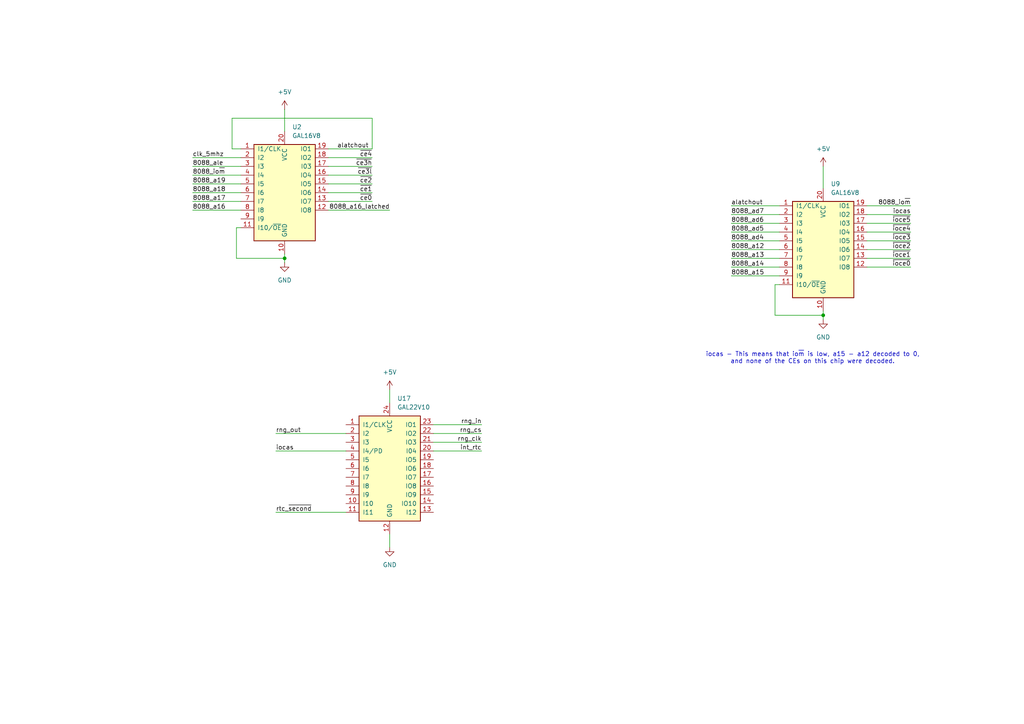
<source format=kicad_sch>
(kicad_sch (version 20231120) (generator "eeschema") (generator_version "8.0")
  (paper "A4")
  (lib_symbols
    (symbol "8bits:GAL22V10" (pin_names (offset 1.016))
      (property "Reference" "U" (at -8.89 16.51 0))
      (property "Value" "GAL22V10" (at 3.81 16.51 0))
      (symbol "GAL22V10_0_0"
        (pin power_in line (at 0 -19.05 90) (length 3.81) (name "GND") (number "12"))
        (pin power_in line (at 0 19.05 270) (length 3.81) (name "VCC") (number "24"))
      )
      (symbol "GAL22V10_0_1"
        (rectangle (start -8.89 15.24) (end 8.89 -15.24) (stroke (width 0.254)) (fill (type background)))
      )
      (symbol "GAL22V10_1_1"
        (pin input line (at -12.7 12.7 0) (length 3.81) (name "I1/CLK") (number "1"))
        (pin input line (at -12.7 -10.16 0) (length 3.81) (name "I10") (number "10"))
        (pin input line (at -12.7 -12.7 0) (length 3.81) (name "I11") (number "11"))
        (pin input line (at 12.7 -12.7 180) (length 3.81) (name "I12") (number "13"))
        (pin tri_state line (at 12.7 -10.16 180) (length 3.81) (name "IO10") (number "14"))
        (pin tri_state line (at 12.7 -7.62 180) (length 3.81) (name "IO9") (number "15"))
        (pin tri_state line (at 12.7 -5.08 180) (length 3.81) (name "IO8") (number "16"))
        (pin tri_state line (at 12.7 -2.54 180) (length 3.81) (name "IO7") (number "17"))
        (pin tri_state line (at 12.7 0 180) (length 3.81) (name "IO6") (number "18"))
        (pin tri_state line (at 12.7 2.54 180) (length 3.81) (name "IO5") (number "19"))
        (pin input line (at -12.7 10.16 0) (length 3.81) (name "I2") (number "2"))
        (pin tri_state line (at 12.7 5.08 180) (length 3.81) (name "I04") (number "20"))
        (pin tri_state line (at 12.7 7.62 180) (length 3.81) (name "IO3") (number "21"))
        (pin tri_state line (at 12.7 10.16 180) (length 3.81) (name "IO2") (number "22"))
        (pin tri_state line (at 12.7 12.7 180) (length 3.81) (name "IO1") (number "23"))
        (pin input line (at -12.7 7.62 0) (length 3.81) (name "I3") (number "3"))
        (pin input line (at -12.7 5.08 0) (length 3.81) (name "I4/PD") (number "4"))
        (pin input line (at -12.7 2.54 0) (length 3.81) (name "I5") (number "5"))
        (pin input line (at -12.7 0 0) (length 3.81) (name "I6") (number "6"))
        (pin input line (at -12.7 -2.54 0) (length 3.81) (name "I7") (number "7"))
        (pin input line (at -12.7 -5.08 0) (length 3.81) (name "I8") (number "8"))
        (pin input line (at -12.7 -7.62 0) (length 3.81) (name "I9") (number "9"))
      )
    )
    (symbol "Logic_Programmable:GAL16V8" (pin_names (offset 1.016))
      (property "Reference" "U" (at -8.89 16.51 0))
      (property "Value" "GAL16V8" (at 1.27 16.51 0))
      (symbol "GAL16V8_0_0"
        (pin power_in line (at 0 -17.78 90) (length 3.81) (name "GND") (number "10"))
        (pin power_in line (at 0 17.78 270) (length 3.81) (name "VCC") (number "20"))
      )
      (symbol "GAL16V8_0_1"
        (rectangle (start -8.89 13.97) (end 8.89 -13.97) (stroke (width 0.254)) (fill (type background)))
      )
      (symbol "GAL16V8_1_1"
        (pin input line (at -12.7 12.7 0) (length 3.81) (name "I1/CLK") (number "1"))
        (pin input line (at -12.7 -10.16 0) (length 3.81) (name "I10/~{OE}") (number "11"))
        (pin tri_state line (at 12.7 -5.08 180) (length 3.81) (name "IO8") (number "12"))
        (pin tri_state line (at 12.7 -2.54 180) (length 3.81) (name "IO7") (number "13"))
        (pin tri_state line (at 12.7 0 180) (length 3.81) (name "IO6") (number "14"))
        (pin tri_state line (at 12.7 2.54 180) (length 3.81) (name "IO5") (number "15"))
        (pin tri_state line (at 12.7 5.08 180) (length 3.81) (name "IO4") (number "16"))
        (pin tri_state line (at 12.7 7.62 180) (length 3.81) (name "I03") (number "17"))
        (pin tri_state line (at 12.7 10.16 180) (length 3.81) (name "IO2") (number "18"))
        (pin tri_state line (at 12.7 12.7 180) (length 3.81) (name "IO1") (number "19"))
        (pin input line (at -12.7 10.16 0) (length 3.81) (name "I2") (number "2"))
        (pin input line (at -12.7 7.62 0) (length 3.81) (name "I3") (number "3"))
        (pin input line (at -12.7 5.08 0) (length 3.81) (name "I4") (number "4"))
        (pin input line (at -12.7 2.54 0) (length 3.81) (name "I5") (number "5"))
        (pin input line (at -12.7 0 0) (length 3.81) (name "I6") (number "6"))
        (pin input line (at -12.7 -2.54 0) (length 3.81) (name "I7") (number "7"))
        (pin input line (at -12.7 -5.08 0) (length 3.81) (name "I8") (number "8"))
        (pin input line (at -12.7 -7.62 0) (length 3.81) (name "I9") (number "9"))
      )
    )
    (symbol "power:+5V" (power) (pin_numbers hide) (pin_names (offset 0) hide)
      (property "Value" "+5V" (at 0 3.556 0))
      (symbol "+5V_0_1"
        (polyline (pts (xy -0.762 1.27) (xy 0 2.54)))
        (polyline (pts (xy 0 0) (xy 0 2.54)))
        (polyline (pts (xy 0 2.54) (xy 0.762 1.27)))
      )
      (symbol "+5V_1_1"
        (pin power_in line (at 0 0 90) (length 0) (name "~") (number "1"))
      )
    )
    (symbol "power:GND" (power) (pin_numbers hide) (pin_names (offset 0) hide)
      (property "Value" "GND" (at 0 -3.81 0))
      (symbol "GND_0_1"
        (polyline (pts (xy 0 0) (xy 0 -1.27) (xy 1.27 -1.27) (xy 0 -2.54) (xy -1.27 -1.27) (xy 0 -1.27)))
      )
      (symbol "GND_1_1"
        (pin power_in line (at 0 0 270) (length 0) (name "~") (number "1"))
      )
    )
  )
  (junction (at 82.55 74.93))
  (junction (at 238.76 91.44))
  (wire (pts (xy 80.01 130.81) (xy 100.33 130.81)))
  (wire (pts (xy 80.01 148.59) (xy 100.33 148.59)))
  (wire (pts (xy 238.76 90.17) (xy 238.76 91.44)))
  (wire (pts (xy 238.76 91.44) (xy 224.79 91.44)))
  (wire (pts (xy 226.06 67.31) (xy 212.09 67.31)))
  (wire (pts (xy 251.46 67.31) (xy 264.16 67.31)))
  (wire (pts (xy 95.25 48.26) (xy 107.95 48.26)))
  (wire (pts (xy 251.46 72.39) (xy 264.16 72.39)))
  (wire (pts (xy 251.46 74.93) (xy 264.16 74.93)))
  (wire (pts (xy 251.46 62.23) (xy 264.16 62.23)))
  (wire (pts (xy 125.73 130.81) (xy 139.7 130.81)))
  (wire (pts (xy 68.58 66.04) (xy 69.85 66.04)))
  (wire (pts (xy 238.76 48.26) (xy 238.76 54.61)))
  (wire (pts (xy 139.7 123.19) (xy 125.73 123.19)))
  (wire (pts (xy 139.7 128.27) (xy 125.73 128.27)))
  (wire (pts (xy 251.46 64.77) (xy 264.16 64.77)))
  (wire (pts (xy 95.25 45.72) (xy 107.95 45.72)))
  (wire (pts (xy 251.46 69.85) (xy 264.16 69.85)))
  (wire (pts (xy 95.25 50.8) (xy 107.95 50.8)))
  (wire (pts (xy 55.88 50.8) (xy 69.85 50.8)))
  (wire (pts (xy 224.79 91.44) (xy 224.79 82.55)))
  (wire (pts (xy 226.06 62.23) (xy 212.09 62.23)))
  (wire (pts (xy 82.55 74.93) (xy 82.55 76.2)))
  (wire (pts (xy 113.03 154.94) (xy 113.03 158.75)))
  (wire (pts (xy 107.95 43.18) (xy 107.95 34.29)))
  (wire (pts (xy 67.31 34.29) (xy 67.31 43.18)))
  (wire (pts (xy 55.88 45.72) (xy 69.85 45.72)))
  (wire (pts (xy 226.06 72.39) (xy 212.09 72.39)))
  (wire (pts (xy 95.25 60.96) (xy 113.03 60.96)))
  (wire (pts (xy 69.85 58.42) (xy 55.88 58.42)))
  (wire (pts (xy 264.16 59.69) (xy 251.46 59.69)))
  (wire (pts (xy 95.25 55.88) (xy 107.95 55.88)))
  (wire (pts (xy 226.06 74.93) (xy 212.09 74.93)))
  (wire (pts (xy 226.06 77.47) (xy 212.09 77.47)))
  (wire (pts (xy 251.46 77.47) (xy 264.16 77.47)))
  (wire (pts (xy 69.85 53.34) (xy 55.88 53.34)))
  (wire (pts (xy 69.85 48.26) (xy 55.88 48.26)))
  (wire (pts (xy 80.01 125.73) (xy 100.33 125.73)))
  (wire (pts (xy 226.06 69.85) (xy 212.09 69.85)))
  (wire (pts (xy 95.25 58.42) (xy 107.95 58.42)))
  (wire (pts (xy 69.85 60.96) (xy 55.88 60.96)))
  (wire (pts (xy 68.58 74.93) (xy 68.58 66.04)))
  (wire (pts (xy 226.06 64.77) (xy 212.09 64.77)))
  (wire (pts (xy 212.09 59.69) (xy 226.06 59.69)))
  (wire (pts (xy 238.76 91.44) (xy 238.76 92.71)))
  (wire (pts (xy 107.95 34.29) (xy 67.31 34.29)))
  (wire (pts (xy 67.31 43.18) (xy 69.85 43.18)))
  (wire (pts (xy 224.79 82.55) (xy 226.06 82.55)))
  (wire (pts (xy 69.85 55.88) (xy 55.88 55.88)))
  (wire (pts (xy 82.55 31.75) (xy 82.55 38.1)))
  (wire (pts (xy 113.03 113.03) (xy 113.03 116.84)))
  (wire (pts (xy 95.25 53.34) (xy 107.95 53.34)))
  (wire (pts (xy 82.55 73.66) (xy 82.55 74.93)))
  (wire (pts (xy 107.95 43.18) (xy 95.25 43.18)))
  (wire (pts (xy 226.06 80.01) (xy 212.09 80.01)))
  (wire (pts (xy 139.7 125.73) (xy 125.73 125.73)))
  (wire (pts (xy 82.55 74.93) (xy 68.58 74.93)))
  (text "iocas - This means that io~{m} is low, a15 - a12 decoded to 0,\nand none of the CEs on this chip were decoded." (at 235.712 103.886 0) (effects (font (size 1.27 1.27))))
  (label "8088_a18" (at 55.88 55.88 0))
  (label "iocas" (at 264.16 62.23 180))
  (label "~{ioce3}" (at 264.16 69.85 180))
  (label "~{ioce1}" (at 264.16 74.93 180))
  (label "8088_io~{m}" (at 55.88 50.8 0))
  (label "~{ce4}" (at 107.95 45.72 180))
  (label "rtc_~{second}" (at 80.01 148.59 0))
  (label "8088_ad6" (at 212.09 64.77 0))
  (label "~{ce3l}" (at 107.95 50.8 180))
  (label "8088_io~{m}" (at 264.16 59.69 180))
  (label "8088_a14" (at 212.09 77.47 0))
  (label "iocas" (at 80.01 130.81 0))
  (label "rng_clk" (at 139.7 128.27 180))
  (label "8088_a19" (at 55.88 53.34 0))
  (label "alatchout" (at 97.79 43.18 0))
  (label "rng_in" (at 139.7 123.19 180))
  (label "~{ce2}" (at 107.95 53.34 180))
  (label "8088_ale" (at 55.88 48.26 0))
  (label "~{ioce0}" (at 264.16 77.47 180))
  (label "~{ce1}" (at 107.95 55.88 180))
  (label "~{ce3h}" (at 107.95 48.26 180))
  (label "8088_ad5" (at 212.09 67.31 0))
  (label "rng_out" (at 80.01 125.73 0))
  (label "~{ioce2}" (at 264.16 72.39 180))
  (label "alatchout" (at 212.09 59.69 0))
  (label "clk_5mhz" (at 55.88 45.72 0))
  (label "~{ioce5}" (at 264.16 64.77 180))
  (label "8088_a16" (at 55.88 60.96 0))
  (label "8088_a17" (at 55.88 58.42 0))
  (label "8088_a15" (at 212.09 80.01 0))
  (label "8088_ad4" (at 212.09 69.85 0))
  (label "rng_cs" (at 139.7 125.73 180))
  (label "8088_a12" (at 212.09 72.39 0))
  (label "int_rtc" (at 139.7 130.81 180))
  (label "8088_ad7" (at 212.09 62.23 0))
  (label "8088_a13" (at 212.09 74.93 0))
  (label "~{ce0}" (at 107.95 58.42 180))
  (label "~{ioce4}" (at 264.16 67.31 180))
  (label "8088_a16_latched" (at 113.03 60.96 180))
  (symbol (lib_id "power:GND") (at 238.76 92.71 0) (unit 1)
    (property "Reference" "#PWR017" (effects (hide yes)))
    (property "Value" "GND" (at 238.76 97.79 0))
    (property "Description" "Power symbol creates a global label with name \"GND\" , ground" (effects (hide yes)))
  )
  (symbol (lib_id "Logic_Programmable:GAL16V8") (at 238.76 72.39 0) (unit 1)
    (property "Reference" "U9" (at 240.9541 53.34 0) (effects (justify left)))
    (property "Value" "GAL16V8" (at 240.9541 55.88 0) (effects (justify left)))
    (property "Description" "Programmable Logic Array, DIP-20/SOIC-20/PLCC-20" (effects (hide yes)))
  )
  (symbol (lib_id "8bits:GAL22V10") (at 113.03 135.89 0) (unit 1)
    (property "Reference" "U17" (at 115.2241 115.57 0) (effects (justify left)))
    (property "Value" "GAL22V10" (at 115.2241 118.11 0) (effects (justify left)))
  )
  (symbol (lib_id "power:+5V") (at 238.76 48.26 0) (unit 1)
    (property "Reference" "#PWR016" (effects (hide yes)))
    (property "Value" "+5V" (at 238.76 43.18 0))
    (property "Description" "Power symbol creates a global label with name \"+5V\"" (effects (hide yes)))
  )
  (symbol (lib_id "power:GND") (at 82.55 76.2 0) (unit 1)
    (property "Reference" "#PWR03" (effects (hide yes)))
    (property "Value" "GND" (at 82.55 81.28 0))
    (property "Description" "Power symbol creates a global label with name \"GND\" , ground" (effects (hide yes)))
  )
  (symbol (lib_id "Logic_Programmable:GAL16V8") (at 82.55 55.88 0) (unit 1)
    (property "Reference" "U2" (at 84.7441 36.83 0) (effects (justify left)))
    (property "Value" "GAL16V8" (at 84.7441 39.37 0) (effects (justify left)))
    (property "Description" "Programmable Logic Array, DIP-20/SOIC-20/PLCC-20" (effects (hide yes)))
  )
  (symbol (lib_id "power:+5V") (at 82.55 31.75 0) (unit 1)
    (property "Reference" "#PWR02" (effects (hide yes)))
    (property "Value" "+5V" (at 82.55 26.67 0))
    (property "Description" "Power symbol creates a global label with name \"+5V\"" (effects (hide yes)))
  )
  (symbol (lib_id "power:GND") (at 113.03 158.75 0) (unit 1)
    (property "Reference" "#PWR038" (effects (hide yes)))
    (property "Value" "GND" (at 113.03 163.83 0))
    (property "Description" "Power symbol creates a global label with name \"GND\" , ground" (effects (hide yes)))
  )
  (symbol (lib_id "power:+5V") (at 113.03 113.03 0) (unit 1)
    (property "Reference" "#PWR037" (effects (hide yes)))
    (property "Value" "+5V" (at 113.03 107.95 0))
    (property "Description" "Power symbol creates a global label with name \"+5V\"" (effects (hide yes)))
  )
)
</source>
